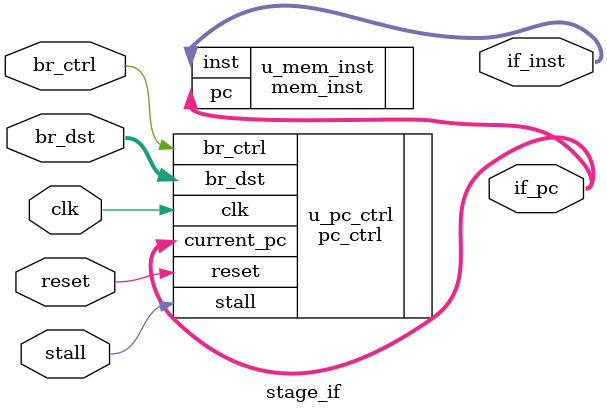
<source format=v>
module stage_if (
  input wire clk,
  input wire reset,
  input wire stall,
  input wire br_ctrl,
  input wire [31:0] br_dst,

  output wire [31:0] if_pc,
  output wire [31:0] if_inst
);
  
  pc_ctrl u_pc_ctrl (
    .clk(clk),
    .reset(reset),
    .stall(stall),
    .br_ctrl(br_ctrl),
    .br_dst(br_dst),
    .current_pc(if_pc)
  );

  mem_inst #(
    .MEM_SIZE(1024)
  ) u_mem_inst (
    .pc(if_pc),
    .inst(if_inst)
  );

endmodule
</source>
